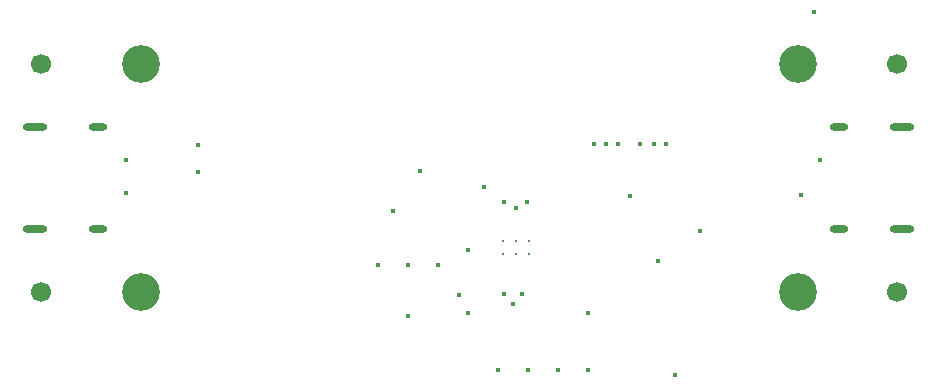
<source format=gbr>
%TF.GenerationSoftware,Altium Limited,CircuitMaker,2.0.2 (2.0.2.40)*%
G04 Layer_Color=0*
%FSLAX25Y25*%
%MOIN*%
%TF.SameCoordinates,4CCF3E00-E941-4990-BDAE-273065C54DFB*%
%TF.FilePolarity,Positive*%
%TF.FileFunction,Plated,1,2,PTH,Drill*%
%TF.Part,Single*%
G01*
G75*
%TA.AperFunction,ComponentDrill*%
%ADD83C,0.12598*%
%ADD84C,0.06693*%
%ADD85O,0.08268X0.02362*%
%ADD86O,0.06299X0.02362*%
%TA.AperFunction,ViaDrill,NotFilled*%
%ADD87C,0.01500*%
%ADD88C,0.00787*%
D83*
X143512Y141008D02*
D03*
Y216992D02*
D03*
X362488Y141008D02*
D03*
Y216992D02*
D03*
D84*
X395717Y141008D02*
D03*
X110284D02*
D03*
Y216992D02*
D03*
X395717D02*
D03*
D85*
X397299Y196008D02*
D03*
Y161992D02*
D03*
X108201Y161992D02*
D03*
Y196008D02*
D03*
D86*
X376197Y196008D02*
D03*
Y161992D02*
D03*
X129303Y161992D02*
D03*
Y196008D02*
D03*
D87*
X227500Y168000D02*
D03*
X272437Y170937D02*
D03*
X264563Y171000D02*
D03*
X268500Y169000D02*
D03*
X258000Y176000D02*
D03*
X232500Y133000D02*
D03*
X249500Y140000D02*
D03*
X272500Y115000D02*
D03*
X267500Y137000D02*
D03*
X282500Y115000D02*
D03*
X252500Y134000D02*
D03*
Y155000D02*
D03*
X242500Y150000D02*
D03*
X232500D02*
D03*
X222500D02*
D03*
X264500Y140335D02*
D03*
X270500D02*
D03*
X262500Y115000D02*
D03*
X329831Y161331D02*
D03*
X294500Y190500D02*
D03*
X302500D02*
D03*
X298500D02*
D03*
X318500D02*
D03*
X314500D02*
D03*
X310000D02*
D03*
X316000Y151500D02*
D03*
X306500Y173000D02*
D03*
X292500Y134000D02*
D03*
Y115000D02*
D03*
X321500Y113500D02*
D03*
X236500Y181500D02*
D03*
X368000Y234500D02*
D03*
X370094Y184906D02*
D03*
X363610Y173390D02*
D03*
X162500Y181000D02*
D03*
Y190000D02*
D03*
X138500Y174000D02*
D03*
Y185000D02*
D03*
D88*
X272831Y158000D02*
D03*
Y153669D02*
D03*
X268500Y158000D02*
D03*
Y153669D02*
D03*
X264169Y158000D02*
D03*
Y153669D02*
D03*
%TF.MD5,6cc716abe4460a67a322db825e6aa1b7*%
M02*

</source>
